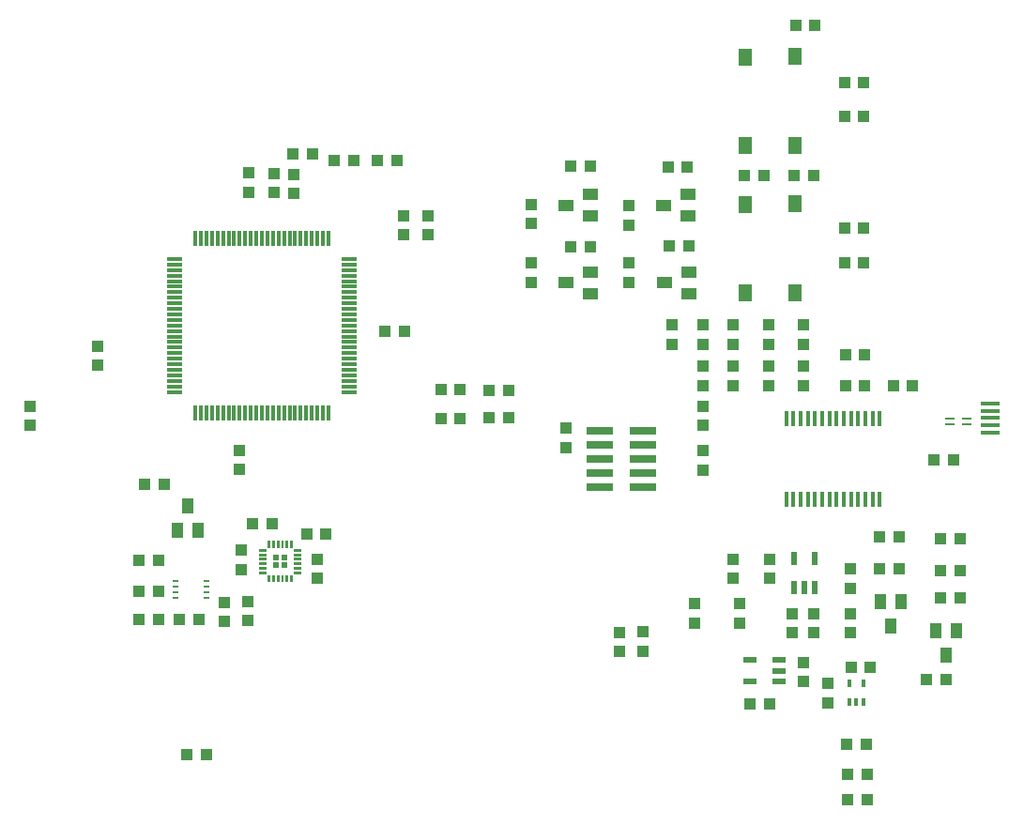
<source format=gtp>
G04 EAGLE Gerber RS-274X export*
G75*
%MOMM*%
%FSLAX34Y34*%
%LPD*%
%INTop Paste*%
%IPPOS*%
%AMOC8*
5,1,8,0,0,1.08239X$1,22.5*%
G01*
%ADD10R,0.300000X1.450000*%
%ADD11R,1.450000X0.300000*%
%ADD12R,1.050000X1.080000*%
%ADD13R,1.080000X1.050000*%
%ADD14R,0.348000X1.397000*%
%ADD15R,0.550000X1.200000*%
%ADD16R,1.000000X1.400000*%
%ADD17R,0.850000X0.250000*%
%ADD18R,1.300000X1.550000*%
%ADD19R,1.400000X1.000000*%
%ADD20R,1.750000X0.400000*%
%ADD21R,0.400000X0.700000*%
%ADD22R,2.400000X0.760000*%
%ADD23R,1.220000X0.620000*%
%ADD24R,0.610075X0.529991*%
%ADD25R,0.609847X0.529847*%
%ADD26R,0.611272X0.531125*%
%ADD27R,0.609984X0.530131*%
%ADD28C,0.055000*%
%ADD29R,0.500000X0.250000*%


D10*
X348800Y529250D03*
X343800Y529250D03*
X338800Y529250D03*
X333800Y529250D03*
X328800Y529250D03*
X323800Y529250D03*
X318800Y529250D03*
X313800Y529250D03*
X308800Y529250D03*
X303800Y529250D03*
X298800Y529250D03*
X293800Y529250D03*
X288800Y529250D03*
X283800Y529250D03*
X278800Y529250D03*
X273800Y529250D03*
X268800Y529250D03*
X263800Y529250D03*
X258800Y529250D03*
X253800Y529250D03*
X248800Y529250D03*
X243800Y529250D03*
X238800Y529250D03*
X233800Y529250D03*
X228800Y529250D03*
D11*
X210050Y510500D03*
X210050Y505500D03*
X210050Y500500D03*
X210050Y495500D03*
X210050Y490500D03*
X210050Y485500D03*
X210050Y480500D03*
X210050Y475500D03*
X210050Y470500D03*
X210050Y465500D03*
X210050Y460500D03*
X210050Y455500D03*
X210050Y450500D03*
X210050Y445500D03*
X210050Y440500D03*
X210050Y435500D03*
X210050Y430500D03*
X210050Y425500D03*
X210050Y420500D03*
X210050Y415500D03*
X210050Y410500D03*
X210050Y405500D03*
X210050Y400500D03*
X210050Y395500D03*
X210050Y390500D03*
D10*
X228800Y371750D03*
X233800Y371750D03*
X238800Y371750D03*
X243800Y371750D03*
X248800Y371750D03*
X253800Y371750D03*
X258800Y371750D03*
X263800Y371750D03*
X268800Y371750D03*
X273800Y371750D03*
X278800Y371750D03*
X283800Y371750D03*
X288800Y371750D03*
X293800Y371750D03*
X298800Y371750D03*
X303800Y371750D03*
X308800Y371750D03*
X313800Y371750D03*
X318800Y371750D03*
X323800Y371750D03*
X328800Y371750D03*
X333800Y371750D03*
X338800Y371750D03*
X343800Y371750D03*
X348800Y371750D03*
D11*
X367550Y390500D03*
X367550Y395500D03*
X367550Y400500D03*
X367550Y405500D03*
X367550Y410500D03*
X367550Y415500D03*
X367550Y420500D03*
X367550Y425500D03*
X367550Y430500D03*
X367550Y435500D03*
X367550Y440500D03*
X367550Y445500D03*
X367550Y450500D03*
X367550Y455500D03*
X367550Y460500D03*
X367550Y465500D03*
X367550Y470500D03*
X367550Y475500D03*
X367550Y480500D03*
X367550Y485500D03*
X367550Y490500D03*
X367550Y495500D03*
X367550Y500500D03*
X367550Y505500D03*
X367550Y510500D03*
D12*
X467750Y366700D03*
X450250Y366700D03*
X467750Y392500D03*
X450250Y392500D03*
D13*
X318000Y569350D03*
X318000Y586850D03*
X277000Y570550D03*
X277000Y588050D03*
X268500Y338050D03*
X268500Y320550D03*
D12*
X399750Y444900D03*
X417250Y444900D03*
D13*
X140700Y414450D03*
X140700Y431950D03*
D12*
X493850Y367700D03*
X511350Y367700D03*
X493850Y392100D03*
X511350Y392100D03*
D13*
X270100Y230350D03*
X270100Y247850D03*
D12*
X298050Y271700D03*
X280550Y271700D03*
D13*
X632300Y156450D03*
X632300Y173950D03*
X611300Y156350D03*
X611300Y173850D03*
D14*
X761750Y366560D03*
X768250Y366560D03*
X774750Y366560D03*
X781250Y366560D03*
X787750Y366560D03*
X794250Y366560D03*
X800750Y366560D03*
X813750Y366560D03*
X807250Y366560D03*
X820250Y366560D03*
X826750Y366560D03*
X833250Y366560D03*
X839750Y366560D03*
X846250Y366560D03*
X761750Y293440D03*
X768250Y293440D03*
X774750Y293440D03*
X781250Y293440D03*
X787750Y293440D03*
X794250Y293440D03*
X800750Y293440D03*
X807250Y293440D03*
X813750Y293440D03*
X820250Y293440D03*
X826750Y293440D03*
X833250Y293440D03*
X839750Y293440D03*
X846250Y293440D03*
D12*
X815250Y424000D03*
X832750Y424000D03*
X815250Y396000D03*
X832750Y396000D03*
D13*
X746000Y413750D03*
X746000Y396250D03*
X777200Y413950D03*
X777200Y396450D03*
X746000Y433250D03*
X746000Y450750D03*
X777000Y433250D03*
X777000Y450750D03*
D12*
X858250Y396000D03*
X875750Y396000D03*
D13*
X300000Y570250D03*
X300000Y587750D03*
X687000Y413750D03*
X687000Y396250D03*
X714000Y413750D03*
X714000Y396250D03*
D15*
X768500Y214000D03*
X778000Y214000D03*
X787500Y214000D03*
X787500Y240000D03*
X768500Y240000D03*
D13*
X787000Y190750D03*
X787000Y173250D03*
X767000Y190750D03*
X767000Y173250D03*
X747000Y239750D03*
X747000Y222250D03*
X714000Y222250D03*
X714000Y239750D03*
X720000Y199750D03*
X720000Y182250D03*
X820000Y190750D03*
X820000Y173250D03*
X820000Y213250D03*
X820000Y230750D03*
D16*
X856000Y179000D03*
X846500Y201000D03*
X865500Y201000D03*
D12*
X846250Y231000D03*
X863750Y231000D03*
X863750Y260000D03*
X846250Y260000D03*
D13*
X563000Y357750D03*
X563000Y340250D03*
X714000Y450750D03*
X714000Y433250D03*
D12*
X912750Y329100D03*
X895250Y329100D03*
X831750Y538000D03*
X814250Y538000D03*
X831750Y670000D03*
X814250Y670000D03*
D17*
X924500Y366300D03*
X909500Y366300D03*
X924500Y361300D03*
X909500Y361300D03*
D13*
X687000Y360250D03*
X687000Y377750D03*
X687000Y320250D03*
X687000Y337750D03*
X417000Y532250D03*
X417000Y549750D03*
X439000Y532250D03*
X439000Y549750D03*
D12*
X901250Y258000D03*
X918750Y258000D03*
X769250Y586000D03*
X786750Y586000D03*
D18*
X724500Y480250D03*
X724500Y559750D03*
X769500Y480250D03*
X769500Y560250D03*
D12*
X770250Y721000D03*
X787750Y721000D03*
D18*
X724500Y613250D03*
X724500Y692750D03*
X769500Y613250D03*
X769500Y693250D03*
D12*
X834650Y45900D03*
X817150Y45900D03*
X816350Y72400D03*
X833850Y72400D03*
D13*
X687000Y433250D03*
X687000Y450750D03*
D12*
X741750Y586000D03*
X724250Y586000D03*
D13*
X658400Y451250D03*
X658400Y433750D03*
D12*
X834750Y23000D03*
X817250Y23000D03*
X831750Y639000D03*
X814250Y639000D03*
X831750Y507000D03*
X814250Y507000D03*
X334350Y605000D03*
X316850Y605000D03*
X354350Y599200D03*
X371850Y599200D03*
X901250Y229000D03*
X918750Y229000D03*
X918750Y205000D03*
X901250Y205000D03*
D13*
X679000Y182250D03*
X679000Y199750D03*
D19*
X563000Y559000D03*
X585000Y568500D03*
X585000Y549500D03*
X651000Y559000D03*
X673000Y568500D03*
X673000Y549500D03*
D13*
X532000Y559750D03*
X532000Y542250D03*
X620000Y558750D03*
X620000Y541250D03*
D12*
X584750Y594000D03*
X567250Y594000D03*
X672750Y593000D03*
X655250Y593000D03*
D19*
X563000Y489000D03*
X585000Y498500D03*
X585000Y479500D03*
D13*
X532000Y489250D03*
X532000Y506750D03*
D12*
X584750Y521000D03*
X567250Y521000D03*
D19*
X652000Y489000D03*
X674000Y498500D03*
X674000Y479500D03*
D13*
X620000Y489250D03*
X620000Y506750D03*
D12*
X673750Y522000D03*
X656250Y522000D03*
D20*
X945750Y380000D03*
X945750Y354000D03*
X945750Y373500D03*
X945750Y367000D03*
X945750Y360500D03*
D12*
X392950Y599400D03*
X410450Y599400D03*
X238750Y63000D03*
X221250Y63000D03*
D13*
X799000Y110250D03*
X799000Y127750D03*
D16*
X906000Y153000D03*
X896500Y175000D03*
X915500Y175000D03*
D12*
X837750Y142000D03*
X820250Y142000D03*
X905750Y131000D03*
X888250Y131000D03*
D21*
X818500Y110500D03*
X825000Y110500D03*
X831500Y110500D03*
X831500Y127500D03*
X818500Y127500D03*
D22*
X593600Y330000D03*
X593600Y342700D03*
X593600Y355400D03*
X593600Y317300D03*
X593600Y304600D03*
X632400Y304600D03*
X632400Y317300D03*
X632400Y330000D03*
X632400Y342700D03*
X632400Y355400D03*
D23*
X755000Y129500D03*
X755000Y139000D03*
X755000Y148500D03*
X729000Y148500D03*
X729000Y129500D03*
D13*
X777000Y129250D03*
X777000Y146750D03*
D12*
X729250Y109000D03*
X746750Y109000D03*
D24*
X308850Y234550D03*
D25*
X301149Y234549D03*
D26*
X308856Y241456D03*
D27*
X301150Y241451D03*
D28*
X317525Y228825D02*
X323375Y228825D01*
X323375Y227175D01*
X317525Y227175D01*
X317525Y228825D01*
X317525Y227697D02*
X323375Y227697D01*
X323375Y228219D02*
X317525Y228219D01*
X317525Y228741D02*
X323375Y228741D01*
X323375Y232825D02*
X317525Y232825D01*
X323375Y232825D02*
X323375Y231175D01*
X317525Y231175D01*
X317525Y232825D01*
X317525Y231697D02*
X323375Y231697D01*
X323375Y232219D02*
X317525Y232219D01*
X317525Y232741D02*
X323375Y232741D01*
X323375Y236825D02*
X317525Y236825D01*
X323375Y236825D02*
X323375Y235175D01*
X317525Y235175D01*
X317525Y236825D01*
X317525Y235697D02*
X323375Y235697D01*
X323375Y236219D02*
X317525Y236219D01*
X317525Y236741D02*
X323375Y236741D01*
X323375Y240825D02*
X317525Y240825D01*
X323375Y240825D02*
X323375Y239175D01*
X317525Y239175D01*
X317525Y240825D01*
X317525Y239697D02*
X323375Y239697D01*
X323375Y240219D02*
X317525Y240219D01*
X317525Y240741D02*
X323375Y240741D01*
X323375Y244825D02*
X317525Y244825D01*
X323375Y244825D02*
X323375Y243175D01*
X317525Y243175D01*
X317525Y244825D01*
X317525Y243697D02*
X323375Y243697D01*
X323375Y244219D02*
X317525Y244219D01*
X317525Y244741D02*
X323375Y244741D01*
X323375Y248825D02*
X317525Y248825D01*
X323375Y248825D02*
X323375Y247175D01*
X317525Y247175D01*
X317525Y248825D01*
X317525Y247697D02*
X323375Y247697D01*
X323375Y248219D02*
X317525Y248219D01*
X317525Y248741D02*
X323375Y248741D01*
X314175Y250525D02*
X314175Y256375D01*
X315825Y256375D01*
X315825Y250525D01*
X314175Y250525D01*
X314175Y251047D02*
X315825Y251047D01*
X315825Y251569D02*
X314175Y251569D01*
X314175Y252091D02*
X315825Y252091D01*
X315825Y252613D02*
X314175Y252613D01*
X314175Y253135D02*
X315825Y253135D01*
X315825Y253657D02*
X314175Y253657D01*
X314175Y254179D02*
X315825Y254179D01*
X315825Y254701D02*
X314175Y254701D01*
X314175Y255223D02*
X315825Y255223D01*
X315825Y255745D02*
X314175Y255745D01*
X314175Y256267D02*
X315825Y256267D01*
X310175Y256375D02*
X310175Y250525D01*
X310175Y256375D02*
X311825Y256375D01*
X311825Y250525D01*
X310175Y250525D01*
X310175Y251047D02*
X311825Y251047D01*
X311825Y251569D02*
X310175Y251569D01*
X310175Y252091D02*
X311825Y252091D01*
X311825Y252613D02*
X310175Y252613D01*
X310175Y253135D02*
X311825Y253135D01*
X311825Y253657D02*
X310175Y253657D01*
X310175Y254179D02*
X311825Y254179D01*
X311825Y254701D02*
X310175Y254701D01*
X310175Y255223D02*
X311825Y255223D01*
X311825Y255745D02*
X310175Y255745D01*
X310175Y256267D02*
X311825Y256267D01*
X306175Y256375D02*
X306175Y250525D01*
X306175Y256375D02*
X307825Y256375D01*
X307825Y250525D01*
X306175Y250525D01*
X306175Y251047D02*
X307825Y251047D01*
X307825Y251569D02*
X306175Y251569D01*
X306175Y252091D02*
X307825Y252091D01*
X307825Y252613D02*
X306175Y252613D01*
X306175Y253135D02*
X307825Y253135D01*
X307825Y253657D02*
X306175Y253657D01*
X306175Y254179D02*
X307825Y254179D01*
X307825Y254701D02*
X306175Y254701D01*
X306175Y255223D02*
X307825Y255223D01*
X307825Y255745D02*
X306175Y255745D01*
X306175Y256267D02*
X307825Y256267D01*
X302175Y256375D02*
X302175Y250525D01*
X302175Y256375D02*
X303825Y256375D01*
X303825Y250525D01*
X302175Y250525D01*
X302175Y251047D02*
X303825Y251047D01*
X303825Y251569D02*
X302175Y251569D01*
X302175Y252091D02*
X303825Y252091D01*
X303825Y252613D02*
X302175Y252613D01*
X302175Y253135D02*
X303825Y253135D01*
X303825Y253657D02*
X302175Y253657D01*
X302175Y254179D02*
X303825Y254179D01*
X303825Y254701D02*
X302175Y254701D01*
X302175Y255223D02*
X303825Y255223D01*
X303825Y255745D02*
X302175Y255745D01*
X302175Y256267D02*
X303825Y256267D01*
X298175Y256375D02*
X298175Y250525D01*
X298175Y256375D02*
X299825Y256375D01*
X299825Y250525D01*
X298175Y250525D01*
X298175Y251047D02*
X299825Y251047D01*
X299825Y251569D02*
X298175Y251569D01*
X298175Y252091D02*
X299825Y252091D01*
X299825Y252613D02*
X298175Y252613D01*
X298175Y253135D02*
X299825Y253135D01*
X299825Y253657D02*
X298175Y253657D01*
X298175Y254179D02*
X299825Y254179D01*
X299825Y254701D02*
X298175Y254701D01*
X298175Y255223D02*
X299825Y255223D01*
X299825Y255745D02*
X298175Y255745D01*
X298175Y256267D02*
X299825Y256267D01*
X294175Y256375D02*
X294175Y250525D01*
X294175Y256375D02*
X295825Y256375D01*
X295825Y250525D01*
X294175Y250525D01*
X294175Y251047D02*
X295825Y251047D01*
X295825Y251569D02*
X294175Y251569D01*
X294175Y252091D02*
X295825Y252091D01*
X295825Y252613D02*
X294175Y252613D01*
X294175Y253135D02*
X295825Y253135D01*
X295825Y253657D02*
X294175Y253657D01*
X294175Y254179D02*
X295825Y254179D01*
X295825Y254701D02*
X294175Y254701D01*
X294175Y255223D02*
X295825Y255223D01*
X295825Y255745D02*
X294175Y255745D01*
X294175Y256267D02*
X295825Y256267D01*
X292475Y247175D02*
X286625Y247175D01*
X286625Y248825D01*
X292475Y248825D01*
X292475Y247175D01*
X292475Y247697D02*
X286625Y247697D01*
X286625Y248219D02*
X292475Y248219D01*
X292475Y248741D02*
X286625Y248741D01*
X286625Y243175D02*
X292475Y243175D01*
X286625Y243175D02*
X286625Y244825D01*
X292475Y244825D01*
X292475Y243175D01*
X292475Y243697D02*
X286625Y243697D01*
X286625Y244219D02*
X292475Y244219D01*
X292475Y244741D02*
X286625Y244741D01*
X286625Y239175D02*
X292475Y239175D01*
X286625Y239175D02*
X286625Y240825D01*
X292475Y240825D01*
X292475Y239175D01*
X292475Y239697D02*
X286625Y239697D01*
X286625Y240219D02*
X292475Y240219D01*
X292475Y240741D02*
X286625Y240741D01*
X286625Y235175D02*
X292475Y235175D01*
X286625Y235175D02*
X286625Y236825D01*
X292475Y236825D01*
X292475Y235175D01*
X292475Y235697D02*
X286625Y235697D01*
X286625Y236219D02*
X292475Y236219D01*
X292475Y236741D02*
X286625Y236741D01*
X286625Y231175D02*
X292475Y231175D01*
X286625Y231175D02*
X286625Y232825D01*
X292475Y232825D01*
X292475Y231175D01*
X292475Y231697D02*
X286625Y231697D01*
X286625Y232219D02*
X292475Y232219D01*
X292475Y232741D02*
X286625Y232741D01*
X286625Y227175D02*
X292475Y227175D01*
X286625Y227175D02*
X286625Y228825D01*
X292475Y228825D01*
X292475Y227175D01*
X292475Y227697D02*
X286625Y227697D01*
X286625Y228219D02*
X292475Y228219D01*
X292475Y228741D02*
X286625Y228741D01*
X295825Y225475D02*
X295825Y219625D01*
X294175Y219625D01*
X294175Y225475D01*
X295825Y225475D01*
X295825Y220147D02*
X294175Y220147D01*
X294175Y220669D02*
X295825Y220669D01*
X295825Y221191D02*
X294175Y221191D01*
X294175Y221713D02*
X295825Y221713D01*
X295825Y222235D02*
X294175Y222235D01*
X294175Y222757D02*
X295825Y222757D01*
X295825Y223279D02*
X294175Y223279D01*
X294175Y223801D02*
X295825Y223801D01*
X295825Y224323D02*
X294175Y224323D01*
X294175Y224845D02*
X295825Y224845D01*
X295825Y225367D02*
X294175Y225367D01*
X299825Y225475D02*
X299825Y219625D01*
X298175Y219625D01*
X298175Y225475D01*
X299825Y225475D01*
X299825Y220147D02*
X298175Y220147D01*
X298175Y220669D02*
X299825Y220669D01*
X299825Y221191D02*
X298175Y221191D01*
X298175Y221713D02*
X299825Y221713D01*
X299825Y222235D02*
X298175Y222235D01*
X298175Y222757D02*
X299825Y222757D01*
X299825Y223279D02*
X298175Y223279D01*
X298175Y223801D02*
X299825Y223801D01*
X299825Y224323D02*
X298175Y224323D01*
X298175Y224845D02*
X299825Y224845D01*
X299825Y225367D02*
X298175Y225367D01*
X303825Y225475D02*
X303825Y219625D01*
X302175Y219625D01*
X302175Y225475D01*
X303825Y225475D01*
X303825Y220147D02*
X302175Y220147D01*
X302175Y220669D02*
X303825Y220669D01*
X303825Y221191D02*
X302175Y221191D01*
X302175Y221713D02*
X303825Y221713D01*
X303825Y222235D02*
X302175Y222235D01*
X302175Y222757D02*
X303825Y222757D01*
X303825Y223279D02*
X302175Y223279D01*
X302175Y223801D02*
X303825Y223801D01*
X303825Y224323D02*
X302175Y224323D01*
X302175Y224845D02*
X303825Y224845D01*
X303825Y225367D02*
X302175Y225367D01*
X307825Y225475D02*
X307825Y219625D01*
X306175Y219625D01*
X306175Y225475D01*
X307825Y225475D01*
X307825Y220147D02*
X306175Y220147D01*
X306175Y220669D02*
X307825Y220669D01*
X307825Y221191D02*
X306175Y221191D01*
X306175Y221713D02*
X307825Y221713D01*
X307825Y222235D02*
X306175Y222235D01*
X306175Y222757D02*
X307825Y222757D01*
X307825Y223279D02*
X306175Y223279D01*
X306175Y223801D02*
X307825Y223801D01*
X307825Y224323D02*
X306175Y224323D01*
X306175Y224845D02*
X307825Y224845D01*
X307825Y225367D02*
X306175Y225367D01*
X311825Y225475D02*
X311825Y219625D01*
X310175Y219625D01*
X310175Y225475D01*
X311825Y225475D01*
X311825Y220147D02*
X310175Y220147D01*
X310175Y220669D02*
X311825Y220669D01*
X311825Y221191D02*
X310175Y221191D01*
X310175Y221713D02*
X311825Y221713D01*
X311825Y222235D02*
X310175Y222235D01*
X310175Y222757D02*
X311825Y222757D01*
X311825Y223279D02*
X310175Y223279D01*
X310175Y223801D02*
X311825Y223801D01*
X311825Y224323D02*
X310175Y224323D01*
X310175Y224845D02*
X311825Y224845D01*
X311825Y225367D02*
X310175Y225367D01*
X315825Y225475D02*
X315825Y219625D01*
X314175Y219625D01*
X314175Y225475D01*
X315825Y225475D01*
X315825Y220147D02*
X314175Y220147D01*
X314175Y220669D02*
X315825Y220669D01*
X315825Y221191D02*
X314175Y221191D01*
X314175Y221713D02*
X315825Y221713D01*
X315825Y222235D02*
X314175Y222235D01*
X314175Y222757D02*
X315825Y222757D01*
X315825Y223279D02*
X314175Y223279D01*
X314175Y223801D02*
X315825Y223801D01*
X315825Y224323D02*
X314175Y224323D01*
X314175Y224845D02*
X315825Y224845D01*
X315825Y225367D02*
X314175Y225367D01*
D29*
X238700Y204700D03*
X238700Y209700D03*
X238700Y214700D03*
X238700Y219700D03*
X211200Y204700D03*
X211200Y209700D03*
X211200Y214700D03*
X211200Y219700D03*
D13*
X255000Y183250D03*
X255000Y200750D03*
D12*
X231750Y185000D03*
X214250Y185000D03*
D13*
X276000Y201750D03*
X276000Y184250D03*
X339000Y222250D03*
X339000Y239750D03*
D12*
X195750Y211000D03*
X178250Y211000D03*
X195750Y239000D03*
X178250Y239000D03*
X195750Y185000D03*
X178250Y185000D03*
X346750Y262000D03*
X329250Y262000D03*
X200750Y307000D03*
X183250Y307000D03*
D16*
X222000Y288000D03*
X231500Y266000D03*
X212500Y266000D03*
D13*
X80000Y360250D03*
X80000Y377750D03*
M02*

</source>
